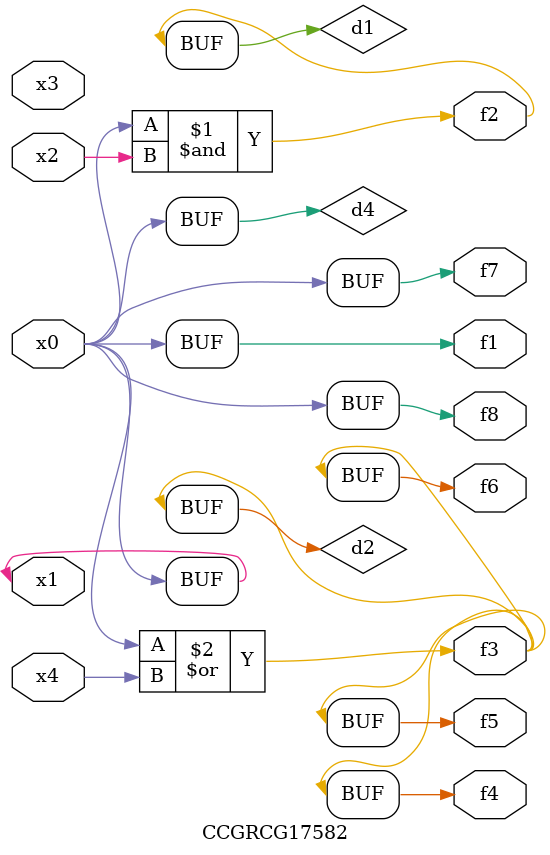
<source format=v>
module CCGRCG17582(
	input x0, x1, x2, x3, x4,
	output f1, f2, f3, f4, f5, f6, f7, f8
);

	wire d1, d2, d3, d4;

	and (d1, x0, x2);
	or (d2, x0, x4);
	nand (d3, x0, x2);
	buf (d4, x0, x1);
	assign f1 = d4;
	assign f2 = d1;
	assign f3 = d2;
	assign f4 = d2;
	assign f5 = d2;
	assign f6 = d2;
	assign f7 = d4;
	assign f8 = d4;
endmodule

</source>
